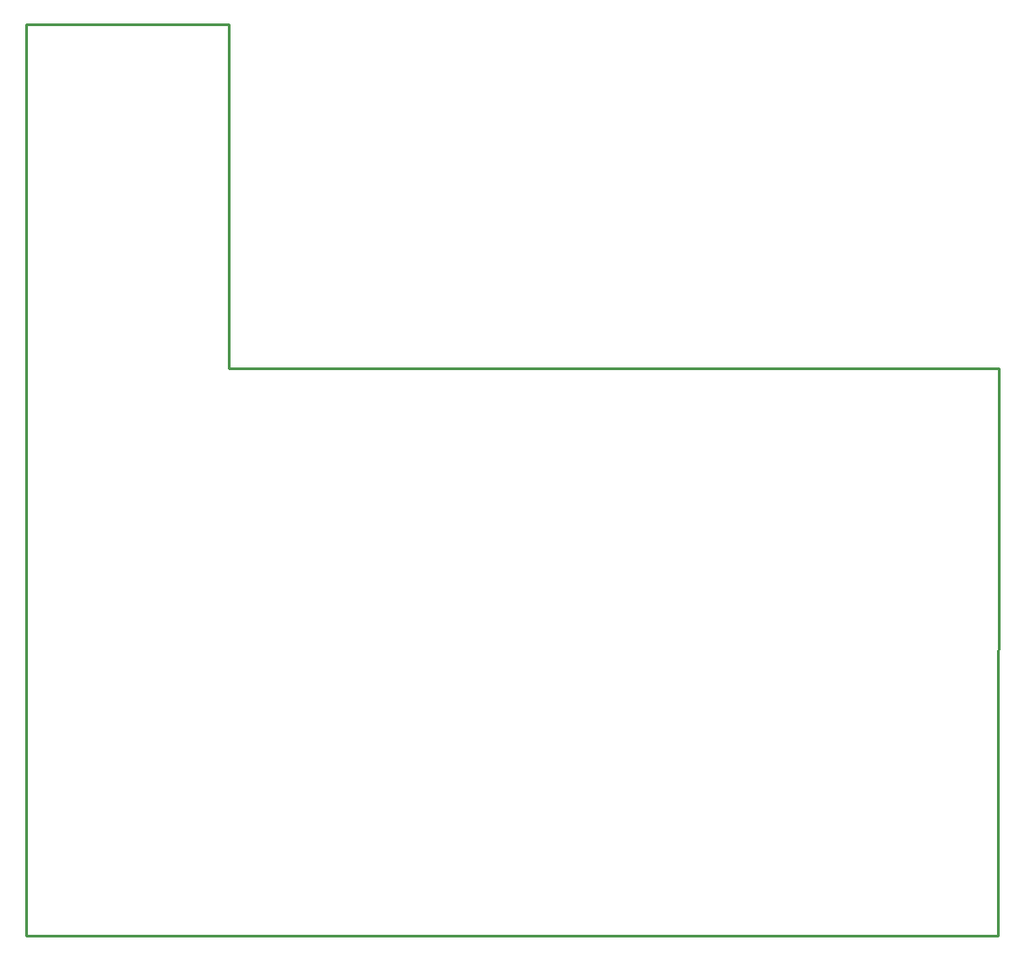
<source format=gbr>
G04 EAGLE Gerber RS-274X export*
G75*
%MOMM*%
%FSLAX34Y34*%
%LPD*%
%IN*%
%IPPOS*%
%AMOC8*
5,1,8,0,0,1.08239X$1,22.5*%
G01*
%ADD10C,0.254000*%


D10*
X0Y0D02*
X914200Y0D01*
X914400Y533400D01*
X190500Y533400D01*
X190500Y857250D01*
X0Y857250D01*
X0Y0D01*
M02*

</source>
